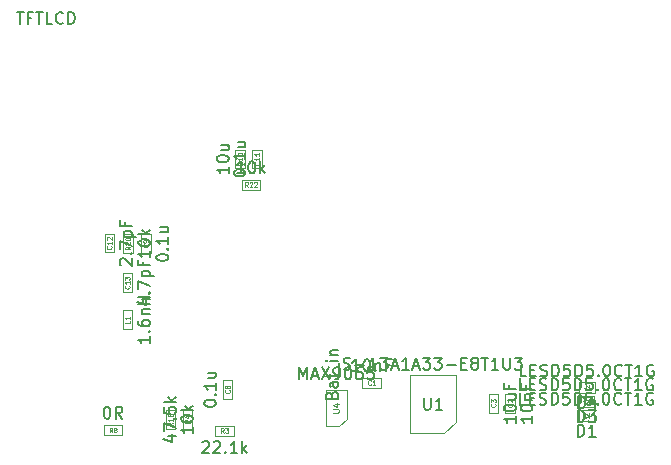
<source format=gbr>
G04 #@! TF.GenerationSoftware,KiCad,Pcbnew,(5.0.1)-3*
G04 #@! TF.CreationDate,2019-11-22T16:36:39-05:00*
G04 #@! TF.ProjectId,SmartWatch,536D61727457617463682E6B69636164,rev?*
G04 #@! TF.SameCoordinates,Original*
G04 #@! TF.FileFunction,Other,Fab,Top*
%FSLAX46Y46*%
G04 Gerber Fmt 4.6, Leading zero omitted, Abs format (unit mm)*
G04 Created by KiCad (PCBNEW (5.0.1)-3) date 11/22/2019 4:36:39 PM*
%MOMM*%
%LPD*%
G01*
G04 APERTURE LIST*
%ADD10C,0.100000*%
%ADD11C,0.150000*%
%ADD12C,0.060000*%
%ADD13C,0.075000*%
G04 APERTURE END LIST*
D10*
G04 #@! TO.C,C10*
X197516800Y-86956800D02*
X197516800Y-85356800D01*
X198316800Y-86956800D02*
X197516800Y-86956800D01*
X198316800Y-85356800D02*
X198316800Y-86956800D01*
X197516800Y-85356800D02*
X198316800Y-85356800D01*
G04 #@! TO.C,C2*
X221176800Y-107632400D02*
X220376800Y-107632400D01*
X220376800Y-107632400D02*
X220376800Y-106032400D01*
X220376800Y-106032400D02*
X221176800Y-106032400D01*
X221176800Y-106032400D02*
X221176800Y-107632400D01*
G04 #@! TO.C,C3*
X219754400Y-106032400D02*
X219754400Y-107632400D01*
X218954400Y-106032400D02*
X219754400Y-106032400D01*
X218954400Y-107632400D02*
X218954400Y-106032400D01*
X219754400Y-107632400D02*
X218954400Y-107632400D01*
G04 #@! TO.C,C1*
X209842000Y-104705200D02*
X209842000Y-105505200D01*
X209842000Y-105505200D02*
X208242000Y-105505200D01*
X208242000Y-105505200D02*
X208242000Y-104705200D01*
X208242000Y-104705200D02*
X209842000Y-104705200D01*
G04 #@! TO.C,U1*
X215198600Y-109384000D02*
X212273600Y-109384000D01*
X212273600Y-109384000D02*
X212273600Y-104484000D01*
X212273600Y-104484000D02*
X216173600Y-104484000D01*
X216173600Y-104484000D02*
X216173600Y-108409000D01*
X216173600Y-108409000D02*
X215198600Y-109384000D01*
G04 #@! TO.C,C9*
X190341200Y-94119600D02*
X189541200Y-94119600D01*
X189541200Y-94119600D02*
X189541200Y-92519600D01*
X189541200Y-92519600D02*
X190341200Y-92519600D01*
X190341200Y-92519600D02*
X190341200Y-94119600D01*
G04 #@! TO.C,C11*
X198939200Y-85356800D02*
X199739200Y-85356800D01*
X199739200Y-85356800D02*
X199739200Y-86956800D01*
X199739200Y-86956800D02*
X198939200Y-86956800D01*
X198939200Y-86956800D02*
X198939200Y-85356800D01*
G04 #@! TO.C,C12*
X187242400Y-92468800D02*
X187242400Y-94068800D01*
X186442400Y-92468800D02*
X187242400Y-92468800D01*
X186442400Y-94068800D02*
X186442400Y-92468800D01*
X187242400Y-94068800D02*
X186442400Y-94068800D01*
G04 #@! TO.C,C13*
X188766400Y-97421600D02*
X187966400Y-97421600D01*
X187966400Y-97421600D02*
X187966400Y-95821600D01*
X187966400Y-95821600D02*
X188766400Y-95821600D01*
X188766400Y-95821600D02*
X188766400Y-97421600D01*
G04 #@! TO.C,D1*
X227128400Y-107899200D02*
X226978400Y-107899200D01*
X227128400Y-108099200D02*
X227428400Y-107899200D01*
X227128400Y-107699200D02*
X227128400Y-108099200D01*
X227428400Y-107899200D02*
X227128400Y-107699200D01*
X227428400Y-107899200D02*
X227578400Y-107899200D01*
X227428400Y-107699200D02*
X227428400Y-108099200D01*
X226578400Y-108349200D02*
X226578400Y-107449200D01*
X227878400Y-108349200D02*
X226578400Y-108349200D01*
X227878400Y-107449200D02*
X227878400Y-108349200D01*
X226578400Y-107449200D02*
X227878400Y-107449200D01*
G04 #@! TO.C,D3*
X226578400Y-106230000D02*
X227878400Y-106230000D01*
X227878400Y-106230000D02*
X227878400Y-107130000D01*
X227878400Y-107130000D02*
X226578400Y-107130000D01*
X226578400Y-107130000D02*
X226578400Y-106230000D01*
X227428400Y-106480000D02*
X227428400Y-106880000D01*
X227428400Y-106680000D02*
X227578400Y-106680000D01*
X227428400Y-106680000D02*
X227128400Y-106480000D01*
X227128400Y-106480000D02*
X227128400Y-106880000D01*
X227128400Y-106880000D02*
X227428400Y-106680000D01*
X227128400Y-106680000D02*
X226978400Y-106680000D01*
G04 #@! TO.C,D4*
X227190400Y-105511600D02*
X227040400Y-105511600D01*
X227190400Y-105711600D02*
X227490400Y-105511600D01*
X227190400Y-105311600D02*
X227190400Y-105711600D01*
X227490400Y-105511600D02*
X227190400Y-105311600D01*
X227490400Y-105511600D02*
X227640400Y-105511600D01*
X227490400Y-105311600D02*
X227490400Y-105711600D01*
X226640400Y-105961600D02*
X226640400Y-105061600D01*
X227940400Y-105961600D02*
X226640400Y-105961600D01*
X227940400Y-105061600D02*
X227940400Y-105961600D01*
X226640400Y-105061600D02*
X227940400Y-105061600D01*
G04 #@! TO.C,L1*
X188766400Y-100571200D02*
X187966400Y-100571200D01*
X187966400Y-100571200D02*
X187966400Y-98971200D01*
X187966400Y-98971200D02*
X188766400Y-98971200D01*
X188766400Y-98971200D02*
X188766400Y-100571200D01*
G04 #@! TO.C,R20*
X188817200Y-92519600D02*
X188817200Y-94119600D01*
X188017200Y-92519600D02*
X188817200Y-92519600D01*
X188017200Y-94119600D02*
X188017200Y-92519600D01*
X188817200Y-94119600D02*
X188017200Y-94119600D01*
G04 #@! TO.C,R22*
X199631200Y-87941200D02*
X199631200Y-88741200D01*
X199631200Y-88741200D02*
X198031200Y-88741200D01*
X198031200Y-88741200D02*
X198031200Y-87941200D01*
X198031200Y-87941200D02*
X199631200Y-87941200D01*
G04 #@! TO.C,R18*
X192424000Y-109029500D02*
X191624000Y-109029500D01*
X191624000Y-109029500D02*
X191624000Y-107429500D01*
X191624000Y-107429500D02*
X192424000Y-107429500D01*
X192424000Y-107429500D02*
X192424000Y-109029500D01*
G04 #@! TO.C,C8*
X196450000Y-104864000D02*
X197250000Y-104864000D01*
X197250000Y-104864000D02*
X197250000Y-106464000D01*
X197250000Y-106464000D02*
X196450000Y-106464000D01*
X196450000Y-106464000D02*
X196450000Y-104864000D01*
G04 #@! TO.C,U4*
X206944800Y-108138800D02*
X206294800Y-108788800D01*
X205144800Y-108788800D02*
X206294800Y-108788800D01*
X206944800Y-108138800D02*
X206944800Y-105688800D01*
X205144800Y-105688800D02*
X206944800Y-105688800D01*
X205144800Y-108788800D02*
X205144800Y-105688800D01*
G04 #@! TO.C,R3*
X197396000Y-109569200D02*
X195796000Y-109569200D01*
X197396000Y-108769200D02*
X197396000Y-109569200D01*
X195796000Y-108769200D02*
X197396000Y-108769200D01*
X195796000Y-109569200D02*
X195796000Y-108769200D01*
G04 #@! TO.C,R8*
X186347200Y-108718400D02*
X187947200Y-108718400D01*
X186347200Y-109518400D02*
X186347200Y-108718400D01*
X187947200Y-109518400D02*
X186347200Y-109518400D01*
X187947200Y-108718400D02*
X187947200Y-109518400D01*
G04 #@! TO.C,R4*
X193046400Y-109004000D02*
X193046400Y-107404000D01*
X193846400Y-109004000D02*
X193046400Y-109004000D01*
X193846400Y-107404000D02*
X193846400Y-109004000D01*
X193046400Y-107404000D02*
X193846400Y-107404000D01*
G04 #@! TD*
G04 #@! TO.C,C10*
D11*
X196939180Y-86799657D02*
X196939180Y-87371085D01*
X196939180Y-87085371D02*
X195939180Y-87085371D01*
X196082038Y-87180609D01*
X196177276Y-87275847D01*
X196224895Y-87371085D01*
X195939180Y-86180609D02*
X195939180Y-86085371D01*
X195986800Y-85990133D01*
X196034419Y-85942514D01*
X196129657Y-85894895D01*
X196320133Y-85847276D01*
X196558228Y-85847276D01*
X196748704Y-85894895D01*
X196843942Y-85942514D01*
X196891561Y-85990133D01*
X196939180Y-86085371D01*
X196939180Y-86180609D01*
X196891561Y-86275847D01*
X196843942Y-86323466D01*
X196748704Y-86371085D01*
X196558228Y-86418704D01*
X196320133Y-86418704D01*
X196129657Y-86371085D01*
X196034419Y-86323466D01*
X195986800Y-86275847D01*
X195939180Y-86180609D01*
X196272514Y-84990133D02*
X196939180Y-84990133D01*
X196272514Y-85418704D02*
X196796323Y-85418704D01*
X196891561Y-85371085D01*
X196939180Y-85275847D01*
X196939180Y-85132990D01*
X196891561Y-85037752D01*
X196843942Y-84990133D01*
D12*
X198059657Y-86413942D02*
X198078704Y-86432990D01*
X198097752Y-86490133D01*
X198097752Y-86528228D01*
X198078704Y-86585371D01*
X198040609Y-86623466D01*
X198002514Y-86642514D01*
X197926323Y-86661561D01*
X197869180Y-86661561D01*
X197792990Y-86642514D01*
X197754895Y-86623466D01*
X197716800Y-86585371D01*
X197697752Y-86528228D01*
X197697752Y-86490133D01*
X197716800Y-86432990D01*
X197735847Y-86413942D01*
X198097752Y-86032990D02*
X198097752Y-86261561D01*
X198097752Y-86147276D02*
X197697752Y-86147276D01*
X197754895Y-86185371D01*
X197792990Y-86223466D01*
X197812038Y-86261561D01*
X197697752Y-85785371D02*
X197697752Y-85747276D01*
X197716800Y-85709180D01*
X197735847Y-85690133D01*
X197773942Y-85671085D01*
X197850133Y-85652038D01*
X197945371Y-85652038D01*
X198021561Y-85671085D01*
X198059657Y-85690133D01*
X198078704Y-85709180D01*
X198097752Y-85747276D01*
X198097752Y-85785371D01*
X198078704Y-85823466D01*
X198059657Y-85842514D01*
X198021561Y-85861561D01*
X197945371Y-85880609D01*
X197850133Y-85880609D01*
X197773942Y-85861561D01*
X197735847Y-85842514D01*
X197716800Y-85823466D01*
X197697752Y-85785371D01*
G04 #@! TO.C,C2*
D11*
X222659180Y-107903828D02*
X222659180Y-108475257D01*
X222659180Y-108189542D02*
X221659180Y-108189542D01*
X221802038Y-108284780D01*
X221897276Y-108380019D01*
X221944895Y-108475257D01*
X221659180Y-107284780D02*
X221659180Y-107189542D01*
X221706800Y-107094304D01*
X221754419Y-107046685D01*
X221849657Y-106999066D01*
X222040133Y-106951447D01*
X222278228Y-106951447D01*
X222468704Y-106999066D01*
X222563942Y-107046685D01*
X222611561Y-107094304D01*
X222659180Y-107189542D01*
X222659180Y-107284780D01*
X222611561Y-107380019D01*
X222563942Y-107427638D01*
X222468704Y-107475257D01*
X222278228Y-107522876D01*
X222040133Y-107522876D01*
X221849657Y-107475257D01*
X221754419Y-107427638D01*
X221706800Y-107380019D01*
X221659180Y-107284780D01*
X221992514Y-106522876D02*
X222659180Y-106522876D01*
X222087752Y-106522876D02*
X222040133Y-106475257D01*
X221992514Y-106380019D01*
X221992514Y-106237161D01*
X222040133Y-106141923D01*
X222135371Y-106094304D01*
X222659180Y-106094304D01*
X222135371Y-105284780D02*
X222135371Y-105618114D01*
X222659180Y-105618114D02*
X221659180Y-105618114D01*
X221659180Y-105141923D01*
D12*
X220919657Y-106899066D02*
X220938704Y-106918114D01*
X220957752Y-106975257D01*
X220957752Y-107013352D01*
X220938704Y-107070495D01*
X220900609Y-107108590D01*
X220862514Y-107127638D01*
X220786323Y-107146685D01*
X220729180Y-107146685D01*
X220652990Y-107127638D01*
X220614895Y-107108590D01*
X220576800Y-107070495D01*
X220557752Y-107013352D01*
X220557752Y-106975257D01*
X220576800Y-106918114D01*
X220595847Y-106899066D01*
X220595847Y-106746685D02*
X220576800Y-106727638D01*
X220557752Y-106689542D01*
X220557752Y-106594304D01*
X220576800Y-106556209D01*
X220595847Y-106537161D01*
X220633942Y-106518114D01*
X220672038Y-106518114D01*
X220729180Y-106537161D01*
X220957752Y-106765733D01*
X220957752Y-106518114D01*
G04 #@! TO.C,C3*
D11*
X221236780Y-107903828D02*
X221236780Y-108475257D01*
X221236780Y-108189542D02*
X220236780Y-108189542D01*
X220379638Y-108284780D01*
X220474876Y-108380019D01*
X220522495Y-108475257D01*
X220236780Y-107284780D02*
X220236780Y-107189542D01*
X220284400Y-107094304D01*
X220332019Y-107046685D01*
X220427257Y-106999066D01*
X220617733Y-106951447D01*
X220855828Y-106951447D01*
X221046304Y-106999066D01*
X221141542Y-107046685D01*
X221189161Y-107094304D01*
X221236780Y-107189542D01*
X221236780Y-107284780D01*
X221189161Y-107380019D01*
X221141542Y-107427638D01*
X221046304Y-107475257D01*
X220855828Y-107522876D01*
X220617733Y-107522876D01*
X220427257Y-107475257D01*
X220332019Y-107427638D01*
X220284400Y-107380019D01*
X220236780Y-107284780D01*
X220570114Y-106094304D02*
X221236780Y-106094304D01*
X220570114Y-106522876D02*
X221093923Y-106522876D01*
X221189161Y-106475257D01*
X221236780Y-106380019D01*
X221236780Y-106237161D01*
X221189161Y-106141923D01*
X221141542Y-106094304D01*
X220712971Y-105284780D02*
X220712971Y-105618114D01*
X221236780Y-105618114D02*
X220236780Y-105618114D01*
X220236780Y-105141923D01*
D12*
X219497257Y-106899066D02*
X219516304Y-106918114D01*
X219535352Y-106975257D01*
X219535352Y-107013352D01*
X219516304Y-107070495D01*
X219478209Y-107108590D01*
X219440114Y-107127638D01*
X219363923Y-107146685D01*
X219306780Y-107146685D01*
X219230590Y-107127638D01*
X219192495Y-107108590D01*
X219154400Y-107070495D01*
X219135352Y-107013352D01*
X219135352Y-106975257D01*
X219154400Y-106918114D01*
X219173447Y-106899066D01*
X219135352Y-106765733D02*
X219135352Y-106518114D01*
X219287733Y-106651447D01*
X219287733Y-106594304D01*
X219306780Y-106556209D01*
X219325828Y-106537161D01*
X219363923Y-106518114D01*
X219459161Y-106518114D01*
X219497257Y-106537161D01*
X219516304Y-106556209D01*
X219535352Y-106594304D01*
X219535352Y-106708590D01*
X219516304Y-106746685D01*
X219497257Y-106765733D01*
G04 #@! TO.C,C1*
D11*
X207970571Y-104127580D02*
X207399142Y-104127580D01*
X207684857Y-104127580D02*
X207684857Y-103127580D01*
X207589619Y-103270438D01*
X207494380Y-103365676D01*
X207399142Y-103413295D01*
X208589619Y-103127580D02*
X208684857Y-103127580D01*
X208780095Y-103175200D01*
X208827714Y-103222819D01*
X208875333Y-103318057D01*
X208922952Y-103508533D01*
X208922952Y-103746628D01*
X208875333Y-103937104D01*
X208827714Y-104032342D01*
X208780095Y-104079961D01*
X208684857Y-104127580D01*
X208589619Y-104127580D01*
X208494380Y-104079961D01*
X208446761Y-104032342D01*
X208399142Y-103937104D01*
X208351523Y-103746628D01*
X208351523Y-103508533D01*
X208399142Y-103318057D01*
X208446761Y-103222819D01*
X208494380Y-103175200D01*
X208589619Y-103127580D01*
X209351523Y-103460914D02*
X209351523Y-104127580D01*
X209351523Y-103556152D02*
X209399142Y-103508533D01*
X209494380Y-103460914D01*
X209637238Y-103460914D01*
X209732476Y-103508533D01*
X209780095Y-103603771D01*
X209780095Y-104127580D01*
X210589619Y-103603771D02*
X210256285Y-103603771D01*
X210256285Y-104127580D02*
X210256285Y-103127580D01*
X210732476Y-103127580D01*
D12*
X208975333Y-105248057D02*
X208956285Y-105267104D01*
X208899142Y-105286152D01*
X208861047Y-105286152D01*
X208803904Y-105267104D01*
X208765809Y-105229009D01*
X208746761Y-105190914D01*
X208727714Y-105114723D01*
X208727714Y-105057580D01*
X208746761Y-104981390D01*
X208765809Y-104943295D01*
X208803904Y-104905200D01*
X208861047Y-104886152D01*
X208899142Y-104886152D01*
X208956285Y-104905200D01*
X208975333Y-104924247D01*
X209356285Y-105286152D02*
X209127714Y-105286152D01*
X209242000Y-105286152D02*
X209242000Y-104886152D01*
X209203904Y-104943295D01*
X209165809Y-104981390D01*
X209127714Y-105000438D01*
G04 #@! TO.C,U1*
D11*
X206675980Y-103938761D02*
X206818838Y-103986380D01*
X207056933Y-103986380D01*
X207152171Y-103938761D01*
X207199790Y-103891142D01*
X207247409Y-103795904D01*
X207247409Y-103700666D01*
X207199790Y-103605428D01*
X207152171Y-103557809D01*
X207056933Y-103510190D01*
X206866457Y-103462571D01*
X206771219Y-103414952D01*
X206723600Y-103367333D01*
X206675980Y-103272095D01*
X206675980Y-103176857D01*
X206723600Y-103081619D01*
X206771219Y-103034000D01*
X206866457Y-102986380D01*
X207104552Y-102986380D01*
X207247409Y-103034000D01*
X207675980Y-103605428D02*
X208437885Y-103605428D01*
X209437885Y-103986380D02*
X208866457Y-103986380D01*
X209152171Y-103986380D02*
X209152171Y-102986380D01*
X209056933Y-103129238D01*
X208961695Y-103224476D01*
X208866457Y-103272095D01*
X209771219Y-102986380D02*
X210390266Y-102986380D01*
X210056933Y-103367333D01*
X210199790Y-103367333D01*
X210295028Y-103414952D01*
X210342647Y-103462571D01*
X210390266Y-103557809D01*
X210390266Y-103795904D01*
X210342647Y-103891142D01*
X210295028Y-103938761D01*
X210199790Y-103986380D01*
X209914076Y-103986380D01*
X209818838Y-103938761D01*
X209771219Y-103891142D01*
X210771219Y-103700666D02*
X211247409Y-103700666D01*
X210675980Y-103986380D02*
X211009314Y-102986380D01*
X211342647Y-103986380D01*
X212199790Y-103986380D02*
X211628361Y-103986380D01*
X211914076Y-103986380D02*
X211914076Y-102986380D01*
X211818838Y-103129238D01*
X211723600Y-103224476D01*
X211628361Y-103272095D01*
X212580742Y-103700666D02*
X213056933Y-103700666D01*
X212485504Y-103986380D02*
X212818838Y-102986380D01*
X213152171Y-103986380D01*
X213390266Y-102986380D02*
X214009314Y-102986380D01*
X213675980Y-103367333D01*
X213818838Y-103367333D01*
X213914076Y-103414952D01*
X213961695Y-103462571D01*
X214009314Y-103557809D01*
X214009314Y-103795904D01*
X213961695Y-103891142D01*
X213914076Y-103938761D01*
X213818838Y-103986380D01*
X213533123Y-103986380D01*
X213437885Y-103938761D01*
X213390266Y-103891142D01*
X214342647Y-102986380D02*
X214961695Y-102986380D01*
X214628361Y-103367333D01*
X214771219Y-103367333D01*
X214866457Y-103414952D01*
X214914076Y-103462571D01*
X214961695Y-103557809D01*
X214961695Y-103795904D01*
X214914076Y-103891142D01*
X214866457Y-103938761D01*
X214771219Y-103986380D01*
X214485504Y-103986380D01*
X214390266Y-103938761D01*
X214342647Y-103891142D01*
X215390266Y-103605428D02*
X216152171Y-103605428D01*
X216628361Y-103462571D02*
X216961695Y-103462571D01*
X217104552Y-103986380D02*
X216628361Y-103986380D01*
X216628361Y-102986380D01*
X217104552Y-102986380D01*
X217675980Y-103414952D02*
X217580742Y-103367333D01*
X217533123Y-103319714D01*
X217485504Y-103224476D01*
X217485504Y-103176857D01*
X217533123Y-103081619D01*
X217580742Y-103034000D01*
X217675980Y-102986380D01*
X217866457Y-102986380D01*
X217961695Y-103034000D01*
X218009314Y-103081619D01*
X218056933Y-103176857D01*
X218056933Y-103224476D01*
X218009314Y-103319714D01*
X217961695Y-103367333D01*
X217866457Y-103414952D01*
X217675980Y-103414952D01*
X217580742Y-103462571D01*
X217533123Y-103510190D01*
X217485504Y-103605428D01*
X217485504Y-103795904D01*
X217533123Y-103891142D01*
X217580742Y-103938761D01*
X217675980Y-103986380D01*
X217866457Y-103986380D01*
X217961695Y-103938761D01*
X218009314Y-103891142D01*
X218056933Y-103795904D01*
X218056933Y-103605428D01*
X218009314Y-103510190D01*
X217961695Y-103462571D01*
X217866457Y-103414952D01*
X218342647Y-102986380D02*
X218914076Y-102986380D01*
X218628361Y-103986380D02*
X218628361Y-102986380D01*
X219771219Y-103986380D02*
X219199790Y-103986380D01*
X219485504Y-103986380D02*
X219485504Y-102986380D01*
X219390266Y-103129238D01*
X219295028Y-103224476D01*
X219199790Y-103272095D01*
X220199790Y-102986380D02*
X220199790Y-103795904D01*
X220247409Y-103891142D01*
X220295028Y-103938761D01*
X220390266Y-103986380D01*
X220580742Y-103986380D01*
X220675980Y-103938761D01*
X220723600Y-103891142D01*
X220771219Y-103795904D01*
X220771219Y-102986380D01*
X221152171Y-102986380D02*
X221771219Y-102986380D01*
X221437885Y-103367333D01*
X221580742Y-103367333D01*
X221675980Y-103414952D01*
X221723600Y-103462571D01*
X221771219Y-103557809D01*
X221771219Y-103795904D01*
X221723600Y-103891142D01*
X221675980Y-103938761D01*
X221580742Y-103986380D01*
X221295028Y-103986380D01*
X221199790Y-103938761D01*
X221152171Y-103891142D01*
X213476933Y-106397333D02*
X213476933Y-107190666D01*
X213523600Y-107284000D01*
X213570266Y-107330666D01*
X213663600Y-107377333D01*
X213850266Y-107377333D01*
X213943600Y-107330666D01*
X213990266Y-107284000D01*
X214036933Y-107190666D01*
X214036933Y-106397333D01*
X215016933Y-107377333D02*
X214456933Y-107377333D01*
X214736933Y-107377333D02*
X214736933Y-106397333D01*
X214643600Y-106537333D01*
X214550266Y-106630666D01*
X214456933Y-106677333D01*
G04 #@! TO.C,U8*
X179008400Y-73729980D02*
X179579828Y-73729980D01*
X179294114Y-74729980D02*
X179294114Y-73729980D01*
X180246495Y-74206171D02*
X179913161Y-74206171D01*
X179913161Y-74729980D02*
X179913161Y-73729980D01*
X180389352Y-73729980D01*
X180627447Y-73729980D02*
X181198876Y-73729980D01*
X180913161Y-74729980D02*
X180913161Y-73729980D01*
X182008400Y-74729980D02*
X181532209Y-74729980D01*
X181532209Y-73729980D01*
X182913161Y-74634742D02*
X182865542Y-74682361D01*
X182722685Y-74729980D01*
X182627447Y-74729980D01*
X182484590Y-74682361D01*
X182389352Y-74587123D01*
X182341733Y-74491885D01*
X182294114Y-74301409D01*
X182294114Y-74158552D01*
X182341733Y-73968076D01*
X182389352Y-73872838D01*
X182484590Y-73777600D01*
X182627447Y-73729980D01*
X182722685Y-73729980D01*
X182865542Y-73777600D01*
X182913161Y-73825219D01*
X183341733Y-74729980D02*
X183341733Y-73729980D01*
X183579828Y-73729980D01*
X183722685Y-73777600D01*
X183817923Y-73872838D01*
X183865542Y-73968076D01*
X183913161Y-74158552D01*
X183913161Y-74301409D01*
X183865542Y-74491885D01*
X183817923Y-74587123D01*
X183722685Y-74682361D01*
X183579828Y-74729980D01*
X183341733Y-74729980D01*
G04 #@! TO.C,J2*
X205668571Y-106132095D02*
X205716190Y-105989238D01*
X205763809Y-105941619D01*
X205859047Y-105894000D01*
X206001904Y-105894000D01*
X206097142Y-105941619D01*
X206144761Y-105989238D01*
X206192380Y-106084476D01*
X206192380Y-106465428D01*
X205192380Y-106465428D01*
X205192380Y-106132095D01*
X205240000Y-106036857D01*
X205287619Y-105989238D01*
X205382857Y-105941619D01*
X205478095Y-105941619D01*
X205573333Y-105989238D01*
X205620952Y-106036857D01*
X205668571Y-106132095D01*
X205668571Y-106465428D01*
X206192380Y-105036857D02*
X205668571Y-105036857D01*
X205573333Y-105084476D01*
X205525714Y-105179714D01*
X205525714Y-105370190D01*
X205573333Y-105465428D01*
X206144761Y-105036857D02*
X206192380Y-105132095D01*
X206192380Y-105370190D01*
X206144761Y-105465428D01*
X206049523Y-105513047D01*
X205954285Y-105513047D01*
X205859047Y-105465428D01*
X205811428Y-105370190D01*
X205811428Y-105132095D01*
X205763809Y-105036857D01*
X205525714Y-104703523D02*
X205525714Y-104322571D01*
X205192380Y-104560666D02*
X206049523Y-104560666D01*
X206144761Y-104513047D01*
X206192380Y-104417809D01*
X206192380Y-104322571D01*
X206287619Y-104227333D02*
X206287619Y-103465428D01*
X206192380Y-103227333D02*
X205525714Y-103227333D01*
X205192380Y-103227333D02*
X205240000Y-103274952D01*
X205287619Y-103227333D01*
X205240000Y-103179714D01*
X205192380Y-103227333D01*
X205287619Y-103227333D01*
X205525714Y-102751142D02*
X206192380Y-102751142D01*
X205620952Y-102751142D02*
X205573333Y-102703523D01*
X205525714Y-102608285D01*
X205525714Y-102465428D01*
X205573333Y-102370190D01*
X205668571Y-102322571D01*
X206192380Y-102322571D01*
G04 #@! TO.C,C9*
X190823580Y-94533885D02*
X190823580Y-94438647D01*
X190871200Y-94343409D01*
X190918819Y-94295790D01*
X191014057Y-94248171D01*
X191204533Y-94200552D01*
X191442628Y-94200552D01*
X191633104Y-94248171D01*
X191728342Y-94295790D01*
X191775961Y-94343409D01*
X191823580Y-94438647D01*
X191823580Y-94533885D01*
X191775961Y-94629123D01*
X191728342Y-94676742D01*
X191633104Y-94724361D01*
X191442628Y-94771980D01*
X191204533Y-94771980D01*
X191014057Y-94724361D01*
X190918819Y-94676742D01*
X190871200Y-94629123D01*
X190823580Y-94533885D01*
X191728342Y-93771980D02*
X191775961Y-93724361D01*
X191823580Y-93771980D01*
X191775961Y-93819600D01*
X191728342Y-93771980D01*
X191823580Y-93771980D01*
X191823580Y-92771980D02*
X191823580Y-93343409D01*
X191823580Y-93057695D02*
X190823580Y-93057695D01*
X190966438Y-93152933D01*
X191061676Y-93248171D01*
X191109295Y-93343409D01*
X191156914Y-91914838D02*
X191823580Y-91914838D01*
X191156914Y-92343409D02*
X191680723Y-92343409D01*
X191775961Y-92295790D01*
X191823580Y-92200552D01*
X191823580Y-92057695D01*
X191775961Y-91962457D01*
X191728342Y-91914838D01*
D12*
X190084057Y-93386266D02*
X190103104Y-93405314D01*
X190122152Y-93462457D01*
X190122152Y-93500552D01*
X190103104Y-93557695D01*
X190065009Y-93595790D01*
X190026914Y-93614838D01*
X189950723Y-93633885D01*
X189893580Y-93633885D01*
X189817390Y-93614838D01*
X189779295Y-93595790D01*
X189741200Y-93557695D01*
X189722152Y-93500552D01*
X189722152Y-93462457D01*
X189741200Y-93405314D01*
X189760247Y-93386266D01*
X190122152Y-93195790D02*
X190122152Y-93119600D01*
X190103104Y-93081504D01*
X190084057Y-93062457D01*
X190026914Y-93024361D01*
X189950723Y-93005314D01*
X189798342Y-93005314D01*
X189760247Y-93024361D01*
X189741200Y-93043409D01*
X189722152Y-93081504D01*
X189722152Y-93157695D01*
X189741200Y-93195790D01*
X189760247Y-93214838D01*
X189798342Y-93233885D01*
X189893580Y-93233885D01*
X189931676Y-93214838D01*
X189950723Y-93195790D01*
X189969771Y-93157695D01*
X189969771Y-93081504D01*
X189950723Y-93043409D01*
X189931676Y-93024361D01*
X189893580Y-93005314D01*
G04 #@! TO.C,C11*
D11*
X197361580Y-87371085D02*
X197361580Y-87275847D01*
X197409200Y-87180609D01*
X197456819Y-87132990D01*
X197552057Y-87085371D01*
X197742533Y-87037752D01*
X197980628Y-87037752D01*
X198171104Y-87085371D01*
X198266342Y-87132990D01*
X198313961Y-87180609D01*
X198361580Y-87275847D01*
X198361580Y-87371085D01*
X198313961Y-87466323D01*
X198266342Y-87513942D01*
X198171104Y-87561561D01*
X197980628Y-87609180D01*
X197742533Y-87609180D01*
X197552057Y-87561561D01*
X197456819Y-87513942D01*
X197409200Y-87466323D01*
X197361580Y-87371085D01*
X198266342Y-86609180D02*
X198313961Y-86561561D01*
X198361580Y-86609180D01*
X198313961Y-86656800D01*
X198266342Y-86609180D01*
X198361580Y-86609180D01*
X198361580Y-85609180D02*
X198361580Y-86180609D01*
X198361580Y-85894895D02*
X197361580Y-85894895D01*
X197504438Y-85990133D01*
X197599676Y-86085371D01*
X197647295Y-86180609D01*
X197694914Y-84752038D02*
X198361580Y-84752038D01*
X197694914Y-85180609D02*
X198218723Y-85180609D01*
X198313961Y-85132990D01*
X198361580Y-85037752D01*
X198361580Y-84894895D01*
X198313961Y-84799657D01*
X198266342Y-84752038D01*
D12*
X199482057Y-86413942D02*
X199501104Y-86432990D01*
X199520152Y-86490133D01*
X199520152Y-86528228D01*
X199501104Y-86585371D01*
X199463009Y-86623466D01*
X199424914Y-86642514D01*
X199348723Y-86661561D01*
X199291580Y-86661561D01*
X199215390Y-86642514D01*
X199177295Y-86623466D01*
X199139200Y-86585371D01*
X199120152Y-86528228D01*
X199120152Y-86490133D01*
X199139200Y-86432990D01*
X199158247Y-86413942D01*
X199520152Y-86032990D02*
X199520152Y-86261561D01*
X199520152Y-86147276D02*
X199120152Y-86147276D01*
X199177295Y-86185371D01*
X199215390Y-86223466D01*
X199234438Y-86261561D01*
X199520152Y-85652038D02*
X199520152Y-85880609D01*
X199520152Y-85766323D02*
X199120152Y-85766323D01*
X199177295Y-85804419D01*
X199215390Y-85842514D01*
X199234438Y-85880609D01*
G04 #@! TO.C,C12*
D11*
X187820019Y-95149752D02*
X187772400Y-95102133D01*
X187724780Y-95006895D01*
X187724780Y-94768800D01*
X187772400Y-94673561D01*
X187820019Y-94625942D01*
X187915257Y-94578323D01*
X188010495Y-94578323D01*
X188153352Y-94625942D01*
X188724780Y-95197371D01*
X188724780Y-94578323D01*
X188629542Y-94149752D02*
X188677161Y-94102133D01*
X188724780Y-94149752D01*
X188677161Y-94197371D01*
X188629542Y-94149752D01*
X188724780Y-94149752D01*
X187724780Y-93768800D02*
X187724780Y-93102133D01*
X188724780Y-93530704D01*
X188058114Y-92721180D02*
X189058114Y-92721180D01*
X188105733Y-92721180D02*
X188058114Y-92625942D01*
X188058114Y-92435466D01*
X188105733Y-92340228D01*
X188153352Y-92292609D01*
X188248590Y-92244990D01*
X188534304Y-92244990D01*
X188629542Y-92292609D01*
X188677161Y-92340228D01*
X188724780Y-92435466D01*
X188724780Y-92625942D01*
X188677161Y-92721180D01*
X188200971Y-91483085D02*
X188200971Y-91816419D01*
X188724780Y-91816419D02*
X187724780Y-91816419D01*
X187724780Y-91340228D01*
D12*
X186985257Y-93525942D02*
X187004304Y-93544990D01*
X187023352Y-93602133D01*
X187023352Y-93640228D01*
X187004304Y-93697371D01*
X186966209Y-93735466D01*
X186928114Y-93754514D01*
X186851923Y-93773561D01*
X186794780Y-93773561D01*
X186718590Y-93754514D01*
X186680495Y-93735466D01*
X186642400Y-93697371D01*
X186623352Y-93640228D01*
X186623352Y-93602133D01*
X186642400Y-93544990D01*
X186661447Y-93525942D01*
X187023352Y-93144990D02*
X187023352Y-93373561D01*
X187023352Y-93259276D02*
X186623352Y-93259276D01*
X186680495Y-93297371D01*
X186718590Y-93335466D01*
X186737638Y-93373561D01*
X186661447Y-92992609D02*
X186642400Y-92973561D01*
X186623352Y-92935466D01*
X186623352Y-92840228D01*
X186642400Y-92802133D01*
X186661447Y-92783085D01*
X186699542Y-92764038D01*
X186737638Y-92764038D01*
X186794780Y-92783085D01*
X187023352Y-93011657D01*
X187023352Y-92764038D01*
G04 #@! TO.C,C13*
D11*
X189582114Y-98026361D02*
X190248780Y-98026361D01*
X189201161Y-98264457D02*
X189915447Y-98502552D01*
X189915447Y-97883504D01*
X190153542Y-97502552D02*
X190201161Y-97454933D01*
X190248780Y-97502552D01*
X190201161Y-97550171D01*
X190153542Y-97502552D01*
X190248780Y-97502552D01*
X189248780Y-97121600D02*
X189248780Y-96454933D01*
X190248780Y-96883504D01*
X189582114Y-96073980D02*
X190582114Y-96073980D01*
X189629733Y-96073980D02*
X189582114Y-95978742D01*
X189582114Y-95788266D01*
X189629733Y-95693028D01*
X189677352Y-95645409D01*
X189772590Y-95597790D01*
X190058304Y-95597790D01*
X190153542Y-95645409D01*
X190201161Y-95693028D01*
X190248780Y-95788266D01*
X190248780Y-95978742D01*
X190201161Y-96073980D01*
X189724971Y-94835885D02*
X189724971Y-95169219D01*
X190248780Y-95169219D02*
X189248780Y-95169219D01*
X189248780Y-94693028D01*
D12*
X188509257Y-96878742D02*
X188528304Y-96897790D01*
X188547352Y-96954933D01*
X188547352Y-96993028D01*
X188528304Y-97050171D01*
X188490209Y-97088266D01*
X188452114Y-97107314D01*
X188375923Y-97126361D01*
X188318780Y-97126361D01*
X188242590Y-97107314D01*
X188204495Y-97088266D01*
X188166400Y-97050171D01*
X188147352Y-96993028D01*
X188147352Y-96954933D01*
X188166400Y-96897790D01*
X188185447Y-96878742D01*
X188547352Y-96497790D02*
X188547352Y-96726361D01*
X188547352Y-96612076D02*
X188147352Y-96612076D01*
X188204495Y-96650171D01*
X188242590Y-96688266D01*
X188261638Y-96726361D01*
X188147352Y-96364457D02*
X188147352Y-96116838D01*
X188299733Y-96250171D01*
X188299733Y-96193028D01*
X188318780Y-96154933D01*
X188337828Y-96135885D01*
X188375923Y-96116838D01*
X188471161Y-96116838D01*
X188509257Y-96135885D01*
X188528304Y-96154933D01*
X188547352Y-96193028D01*
X188547352Y-96307314D01*
X188528304Y-96345409D01*
X188509257Y-96364457D01*
G04 #@! TO.C,D1*
D11*
X222085542Y-106951580D02*
X221609352Y-106951580D01*
X221609352Y-105951580D01*
X222418876Y-106427771D02*
X222752209Y-106427771D01*
X222895066Y-106951580D02*
X222418876Y-106951580D01*
X222418876Y-105951580D01*
X222895066Y-105951580D01*
X223276019Y-106903961D02*
X223418876Y-106951580D01*
X223656971Y-106951580D01*
X223752209Y-106903961D01*
X223799828Y-106856342D01*
X223847447Y-106761104D01*
X223847447Y-106665866D01*
X223799828Y-106570628D01*
X223752209Y-106523009D01*
X223656971Y-106475390D01*
X223466495Y-106427771D01*
X223371257Y-106380152D01*
X223323638Y-106332533D01*
X223276019Y-106237295D01*
X223276019Y-106142057D01*
X223323638Y-106046819D01*
X223371257Y-105999200D01*
X223466495Y-105951580D01*
X223704590Y-105951580D01*
X223847447Y-105999200D01*
X224276019Y-106951580D02*
X224276019Y-105951580D01*
X224514114Y-105951580D01*
X224656971Y-105999200D01*
X224752209Y-106094438D01*
X224799828Y-106189676D01*
X224847447Y-106380152D01*
X224847447Y-106523009D01*
X224799828Y-106713485D01*
X224752209Y-106808723D01*
X224656971Y-106903961D01*
X224514114Y-106951580D01*
X224276019Y-106951580D01*
X225752209Y-105951580D02*
X225276019Y-105951580D01*
X225228400Y-106427771D01*
X225276019Y-106380152D01*
X225371257Y-106332533D01*
X225609352Y-106332533D01*
X225704590Y-106380152D01*
X225752209Y-106427771D01*
X225799828Y-106523009D01*
X225799828Y-106761104D01*
X225752209Y-106856342D01*
X225704590Y-106903961D01*
X225609352Y-106951580D01*
X225371257Y-106951580D01*
X225276019Y-106903961D01*
X225228400Y-106856342D01*
X226228400Y-106951580D02*
X226228400Y-105951580D01*
X226466495Y-105951580D01*
X226609352Y-105999200D01*
X226704590Y-106094438D01*
X226752209Y-106189676D01*
X226799828Y-106380152D01*
X226799828Y-106523009D01*
X226752209Y-106713485D01*
X226704590Y-106808723D01*
X226609352Y-106903961D01*
X226466495Y-106951580D01*
X226228400Y-106951580D01*
X227704590Y-105951580D02*
X227228400Y-105951580D01*
X227180780Y-106427771D01*
X227228400Y-106380152D01*
X227323638Y-106332533D01*
X227561733Y-106332533D01*
X227656971Y-106380152D01*
X227704590Y-106427771D01*
X227752209Y-106523009D01*
X227752209Y-106761104D01*
X227704590Y-106856342D01*
X227656971Y-106903961D01*
X227561733Y-106951580D01*
X227323638Y-106951580D01*
X227228400Y-106903961D01*
X227180780Y-106856342D01*
X228180780Y-106856342D02*
X228228400Y-106903961D01*
X228180780Y-106951580D01*
X228133161Y-106903961D01*
X228180780Y-106856342D01*
X228180780Y-106951580D01*
X228847447Y-105951580D02*
X228942685Y-105951580D01*
X229037923Y-105999200D01*
X229085542Y-106046819D01*
X229133161Y-106142057D01*
X229180780Y-106332533D01*
X229180780Y-106570628D01*
X229133161Y-106761104D01*
X229085542Y-106856342D01*
X229037923Y-106903961D01*
X228942685Y-106951580D01*
X228847447Y-106951580D01*
X228752209Y-106903961D01*
X228704590Y-106856342D01*
X228656971Y-106761104D01*
X228609352Y-106570628D01*
X228609352Y-106332533D01*
X228656971Y-106142057D01*
X228704590Y-106046819D01*
X228752209Y-105999200D01*
X228847447Y-105951580D01*
X230180780Y-106856342D02*
X230133161Y-106903961D01*
X229990304Y-106951580D01*
X229895066Y-106951580D01*
X229752209Y-106903961D01*
X229656971Y-106808723D01*
X229609352Y-106713485D01*
X229561733Y-106523009D01*
X229561733Y-106380152D01*
X229609352Y-106189676D01*
X229656971Y-106094438D01*
X229752209Y-105999200D01*
X229895066Y-105951580D01*
X229990304Y-105951580D01*
X230133161Y-105999200D01*
X230180780Y-106046819D01*
X230466495Y-105951580D02*
X231037923Y-105951580D01*
X230752209Y-106951580D02*
X230752209Y-105951580D01*
X231895066Y-106951580D02*
X231323638Y-106951580D01*
X231609352Y-106951580D02*
X231609352Y-105951580D01*
X231514114Y-106094438D01*
X231418876Y-106189676D01*
X231323638Y-106237295D01*
X232847447Y-105999200D02*
X232752209Y-105951580D01*
X232609352Y-105951580D01*
X232466495Y-105999200D01*
X232371257Y-106094438D01*
X232323638Y-106189676D01*
X232276019Y-106380152D01*
X232276019Y-106523009D01*
X232323638Y-106713485D01*
X232371257Y-106808723D01*
X232466495Y-106903961D01*
X232609352Y-106951580D01*
X232704590Y-106951580D01*
X232847447Y-106903961D01*
X232895066Y-106856342D01*
X232895066Y-106523009D01*
X232704590Y-106523009D01*
X226490304Y-109651580D02*
X226490304Y-108651580D01*
X226728400Y-108651580D01*
X226871257Y-108699200D01*
X226966495Y-108794438D01*
X227014114Y-108889676D01*
X227061733Y-109080152D01*
X227061733Y-109223009D01*
X227014114Y-109413485D01*
X226966495Y-109508723D01*
X226871257Y-109603961D01*
X226728400Y-109651580D01*
X226490304Y-109651580D01*
X228014114Y-109651580D02*
X227442685Y-109651580D01*
X227728400Y-109651580D02*
X227728400Y-108651580D01*
X227633161Y-108794438D01*
X227537923Y-108889676D01*
X227442685Y-108937295D01*
G04 #@! TO.C,D3*
X222085542Y-105732380D02*
X221609352Y-105732380D01*
X221609352Y-104732380D01*
X222418876Y-105208571D02*
X222752209Y-105208571D01*
X222895066Y-105732380D02*
X222418876Y-105732380D01*
X222418876Y-104732380D01*
X222895066Y-104732380D01*
X223276019Y-105684761D02*
X223418876Y-105732380D01*
X223656971Y-105732380D01*
X223752209Y-105684761D01*
X223799828Y-105637142D01*
X223847447Y-105541904D01*
X223847447Y-105446666D01*
X223799828Y-105351428D01*
X223752209Y-105303809D01*
X223656971Y-105256190D01*
X223466495Y-105208571D01*
X223371257Y-105160952D01*
X223323638Y-105113333D01*
X223276019Y-105018095D01*
X223276019Y-104922857D01*
X223323638Y-104827619D01*
X223371257Y-104780000D01*
X223466495Y-104732380D01*
X223704590Y-104732380D01*
X223847447Y-104780000D01*
X224276019Y-105732380D02*
X224276019Y-104732380D01*
X224514114Y-104732380D01*
X224656971Y-104780000D01*
X224752209Y-104875238D01*
X224799828Y-104970476D01*
X224847447Y-105160952D01*
X224847447Y-105303809D01*
X224799828Y-105494285D01*
X224752209Y-105589523D01*
X224656971Y-105684761D01*
X224514114Y-105732380D01*
X224276019Y-105732380D01*
X225752209Y-104732380D02*
X225276019Y-104732380D01*
X225228400Y-105208571D01*
X225276019Y-105160952D01*
X225371257Y-105113333D01*
X225609352Y-105113333D01*
X225704590Y-105160952D01*
X225752209Y-105208571D01*
X225799828Y-105303809D01*
X225799828Y-105541904D01*
X225752209Y-105637142D01*
X225704590Y-105684761D01*
X225609352Y-105732380D01*
X225371257Y-105732380D01*
X225276019Y-105684761D01*
X225228400Y-105637142D01*
X226228400Y-105732380D02*
X226228400Y-104732380D01*
X226466495Y-104732380D01*
X226609352Y-104780000D01*
X226704590Y-104875238D01*
X226752209Y-104970476D01*
X226799828Y-105160952D01*
X226799828Y-105303809D01*
X226752209Y-105494285D01*
X226704590Y-105589523D01*
X226609352Y-105684761D01*
X226466495Y-105732380D01*
X226228400Y-105732380D01*
X227704590Y-104732380D02*
X227228400Y-104732380D01*
X227180780Y-105208571D01*
X227228400Y-105160952D01*
X227323638Y-105113333D01*
X227561733Y-105113333D01*
X227656971Y-105160952D01*
X227704590Y-105208571D01*
X227752209Y-105303809D01*
X227752209Y-105541904D01*
X227704590Y-105637142D01*
X227656971Y-105684761D01*
X227561733Y-105732380D01*
X227323638Y-105732380D01*
X227228400Y-105684761D01*
X227180780Y-105637142D01*
X228180780Y-105637142D02*
X228228400Y-105684761D01*
X228180780Y-105732380D01*
X228133161Y-105684761D01*
X228180780Y-105637142D01*
X228180780Y-105732380D01*
X228847447Y-104732380D02*
X228942685Y-104732380D01*
X229037923Y-104780000D01*
X229085542Y-104827619D01*
X229133161Y-104922857D01*
X229180780Y-105113333D01*
X229180780Y-105351428D01*
X229133161Y-105541904D01*
X229085542Y-105637142D01*
X229037923Y-105684761D01*
X228942685Y-105732380D01*
X228847447Y-105732380D01*
X228752209Y-105684761D01*
X228704590Y-105637142D01*
X228656971Y-105541904D01*
X228609352Y-105351428D01*
X228609352Y-105113333D01*
X228656971Y-104922857D01*
X228704590Y-104827619D01*
X228752209Y-104780000D01*
X228847447Y-104732380D01*
X230180780Y-105637142D02*
X230133161Y-105684761D01*
X229990304Y-105732380D01*
X229895066Y-105732380D01*
X229752209Y-105684761D01*
X229656971Y-105589523D01*
X229609352Y-105494285D01*
X229561733Y-105303809D01*
X229561733Y-105160952D01*
X229609352Y-104970476D01*
X229656971Y-104875238D01*
X229752209Y-104780000D01*
X229895066Y-104732380D01*
X229990304Y-104732380D01*
X230133161Y-104780000D01*
X230180780Y-104827619D01*
X230466495Y-104732380D02*
X231037923Y-104732380D01*
X230752209Y-105732380D02*
X230752209Y-104732380D01*
X231895066Y-105732380D02*
X231323638Y-105732380D01*
X231609352Y-105732380D02*
X231609352Y-104732380D01*
X231514114Y-104875238D01*
X231418876Y-104970476D01*
X231323638Y-105018095D01*
X232847447Y-104780000D02*
X232752209Y-104732380D01*
X232609352Y-104732380D01*
X232466495Y-104780000D01*
X232371257Y-104875238D01*
X232323638Y-104970476D01*
X232276019Y-105160952D01*
X232276019Y-105303809D01*
X232323638Y-105494285D01*
X232371257Y-105589523D01*
X232466495Y-105684761D01*
X232609352Y-105732380D01*
X232704590Y-105732380D01*
X232847447Y-105684761D01*
X232895066Y-105637142D01*
X232895066Y-105303809D01*
X232704590Y-105303809D01*
X226490304Y-108432380D02*
X226490304Y-107432380D01*
X226728400Y-107432380D01*
X226871257Y-107480000D01*
X226966495Y-107575238D01*
X227014114Y-107670476D01*
X227061733Y-107860952D01*
X227061733Y-108003809D01*
X227014114Y-108194285D01*
X226966495Y-108289523D01*
X226871257Y-108384761D01*
X226728400Y-108432380D01*
X226490304Y-108432380D01*
X227395066Y-107432380D02*
X228014114Y-107432380D01*
X227680780Y-107813333D01*
X227823638Y-107813333D01*
X227918876Y-107860952D01*
X227966495Y-107908571D01*
X228014114Y-108003809D01*
X228014114Y-108241904D01*
X227966495Y-108337142D01*
X227918876Y-108384761D01*
X227823638Y-108432380D01*
X227537923Y-108432380D01*
X227442685Y-108384761D01*
X227395066Y-108337142D01*
G04 #@! TO.C,D4*
X222147542Y-104563980D02*
X221671352Y-104563980D01*
X221671352Y-103563980D01*
X222480876Y-104040171D02*
X222814209Y-104040171D01*
X222957066Y-104563980D02*
X222480876Y-104563980D01*
X222480876Y-103563980D01*
X222957066Y-103563980D01*
X223338019Y-104516361D02*
X223480876Y-104563980D01*
X223718971Y-104563980D01*
X223814209Y-104516361D01*
X223861828Y-104468742D01*
X223909447Y-104373504D01*
X223909447Y-104278266D01*
X223861828Y-104183028D01*
X223814209Y-104135409D01*
X223718971Y-104087790D01*
X223528495Y-104040171D01*
X223433257Y-103992552D01*
X223385638Y-103944933D01*
X223338019Y-103849695D01*
X223338019Y-103754457D01*
X223385638Y-103659219D01*
X223433257Y-103611600D01*
X223528495Y-103563980D01*
X223766590Y-103563980D01*
X223909447Y-103611600D01*
X224338019Y-104563980D02*
X224338019Y-103563980D01*
X224576114Y-103563980D01*
X224718971Y-103611600D01*
X224814209Y-103706838D01*
X224861828Y-103802076D01*
X224909447Y-103992552D01*
X224909447Y-104135409D01*
X224861828Y-104325885D01*
X224814209Y-104421123D01*
X224718971Y-104516361D01*
X224576114Y-104563980D01*
X224338019Y-104563980D01*
X225814209Y-103563980D02*
X225338019Y-103563980D01*
X225290400Y-104040171D01*
X225338019Y-103992552D01*
X225433257Y-103944933D01*
X225671352Y-103944933D01*
X225766590Y-103992552D01*
X225814209Y-104040171D01*
X225861828Y-104135409D01*
X225861828Y-104373504D01*
X225814209Y-104468742D01*
X225766590Y-104516361D01*
X225671352Y-104563980D01*
X225433257Y-104563980D01*
X225338019Y-104516361D01*
X225290400Y-104468742D01*
X226290400Y-104563980D02*
X226290400Y-103563980D01*
X226528495Y-103563980D01*
X226671352Y-103611600D01*
X226766590Y-103706838D01*
X226814209Y-103802076D01*
X226861828Y-103992552D01*
X226861828Y-104135409D01*
X226814209Y-104325885D01*
X226766590Y-104421123D01*
X226671352Y-104516361D01*
X226528495Y-104563980D01*
X226290400Y-104563980D01*
X227766590Y-103563980D02*
X227290400Y-103563980D01*
X227242780Y-104040171D01*
X227290400Y-103992552D01*
X227385638Y-103944933D01*
X227623733Y-103944933D01*
X227718971Y-103992552D01*
X227766590Y-104040171D01*
X227814209Y-104135409D01*
X227814209Y-104373504D01*
X227766590Y-104468742D01*
X227718971Y-104516361D01*
X227623733Y-104563980D01*
X227385638Y-104563980D01*
X227290400Y-104516361D01*
X227242780Y-104468742D01*
X228242780Y-104468742D02*
X228290400Y-104516361D01*
X228242780Y-104563980D01*
X228195161Y-104516361D01*
X228242780Y-104468742D01*
X228242780Y-104563980D01*
X228909447Y-103563980D02*
X229004685Y-103563980D01*
X229099923Y-103611600D01*
X229147542Y-103659219D01*
X229195161Y-103754457D01*
X229242780Y-103944933D01*
X229242780Y-104183028D01*
X229195161Y-104373504D01*
X229147542Y-104468742D01*
X229099923Y-104516361D01*
X229004685Y-104563980D01*
X228909447Y-104563980D01*
X228814209Y-104516361D01*
X228766590Y-104468742D01*
X228718971Y-104373504D01*
X228671352Y-104183028D01*
X228671352Y-103944933D01*
X228718971Y-103754457D01*
X228766590Y-103659219D01*
X228814209Y-103611600D01*
X228909447Y-103563980D01*
X230242780Y-104468742D02*
X230195161Y-104516361D01*
X230052304Y-104563980D01*
X229957066Y-104563980D01*
X229814209Y-104516361D01*
X229718971Y-104421123D01*
X229671352Y-104325885D01*
X229623733Y-104135409D01*
X229623733Y-103992552D01*
X229671352Y-103802076D01*
X229718971Y-103706838D01*
X229814209Y-103611600D01*
X229957066Y-103563980D01*
X230052304Y-103563980D01*
X230195161Y-103611600D01*
X230242780Y-103659219D01*
X230528495Y-103563980D02*
X231099923Y-103563980D01*
X230814209Y-104563980D02*
X230814209Y-103563980D01*
X231957066Y-104563980D02*
X231385638Y-104563980D01*
X231671352Y-104563980D02*
X231671352Y-103563980D01*
X231576114Y-103706838D01*
X231480876Y-103802076D01*
X231385638Y-103849695D01*
X232909447Y-103611600D02*
X232814209Y-103563980D01*
X232671352Y-103563980D01*
X232528495Y-103611600D01*
X232433257Y-103706838D01*
X232385638Y-103802076D01*
X232338019Y-103992552D01*
X232338019Y-104135409D01*
X232385638Y-104325885D01*
X232433257Y-104421123D01*
X232528495Y-104516361D01*
X232671352Y-104563980D01*
X232766590Y-104563980D01*
X232909447Y-104516361D01*
X232957066Y-104468742D01*
X232957066Y-104135409D01*
X232766590Y-104135409D01*
X226552304Y-107263980D02*
X226552304Y-106263980D01*
X226790400Y-106263980D01*
X226933257Y-106311600D01*
X227028495Y-106406838D01*
X227076114Y-106502076D01*
X227123733Y-106692552D01*
X227123733Y-106835409D01*
X227076114Y-107025885D01*
X227028495Y-107121123D01*
X226933257Y-107216361D01*
X226790400Y-107263980D01*
X226552304Y-107263980D01*
X227980876Y-106597314D02*
X227980876Y-107263980D01*
X227742780Y-106216361D02*
X227504685Y-106930647D01*
X228123733Y-106930647D01*
G04 #@! TO.C,L1*
X190248780Y-101175961D02*
X190248780Y-101747390D01*
X190248780Y-101461676D02*
X189248780Y-101461676D01*
X189391638Y-101556914D01*
X189486876Y-101652152D01*
X189534495Y-101747390D01*
X190153542Y-100747390D02*
X190201161Y-100699771D01*
X190248780Y-100747390D01*
X190201161Y-100795009D01*
X190153542Y-100747390D01*
X190248780Y-100747390D01*
X189248780Y-99842628D02*
X189248780Y-100033104D01*
X189296400Y-100128342D01*
X189344019Y-100175961D01*
X189486876Y-100271200D01*
X189677352Y-100318819D01*
X190058304Y-100318819D01*
X190153542Y-100271200D01*
X190201161Y-100223580D01*
X190248780Y-100128342D01*
X190248780Y-99937866D01*
X190201161Y-99842628D01*
X190153542Y-99795009D01*
X190058304Y-99747390D01*
X189820209Y-99747390D01*
X189724971Y-99795009D01*
X189677352Y-99842628D01*
X189629733Y-99937866D01*
X189629733Y-100128342D01*
X189677352Y-100223580D01*
X189724971Y-100271200D01*
X189820209Y-100318819D01*
X189582114Y-99318819D02*
X190248780Y-99318819D01*
X189677352Y-99318819D02*
X189629733Y-99271200D01*
X189582114Y-99175961D01*
X189582114Y-99033104D01*
X189629733Y-98937866D01*
X189724971Y-98890247D01*
X190248780Y-98890247D01*
X190248780Y-98414057D02*
X189248780Y-98414057D01*
X189724971Y-98414057D02*
X189724971Y-97842628D01*
X190248780Y-97842628D02*
X189248780Y-97842628D01*
D12*
X188547352Y-99837866D02*
X188547352Y-100028342D01*
X188147352Y-100028342D01*
X188547352Y-99495009D02*
X188547352Y-99723580D01*
X188547352Y-99609295D02*
X188147352Y-99609295D01*
X188204495Y-99647390D01*
X188242590Y-99685485D01*
X188261638Y-99723580D01*
G04 #@! TO.C,R20*
D11*
X190299580Y-93914838D02*
X190299580Y-94486266D01*
X190299580Y-94200552D02*
X189299580Y-94200552D01*
X189442438Y-94295790D01*
X189537676Y-94391028D01*
X189585295Y-94486266D01*
X189299580Y-93295790D02*
X189299580Y-93200552D01*
X189347200Y-93105314D01*
X189394819Y-93057695D01*
X189490057Y-93010076D01*
X189680533Y-92962457D01*
X189918628Y-92962457D01*
X190109104Y-93010076D01*
X190204342Y-93057695D01*
X190251961Y-93105314D01*
X190299580Y-93200552D01*
X190299580Y-93295790D01*
X190251961Y-93391028D01*
X190204342Y-93438647D01*
X190109104Y-93486266D01*
X189918628Y-93533885D01*
X189680533Y-93533885D01*
X189490057Y-93486266D01*
X189394819Y-93438647D01*
X189347200Y-93391028D01*
X189299580Y-93295790D01*
X190299580Y-92533885D02*
X189299580Y-92533885D01*
X189918628Y-92438647D02*
X190299580Y-92152933D01*
X189632914Y-92152933D02*
X190013866Y-92533885D01*
D12*
X188598152Y-93576742D02*
X188407676Y-93710076D01*
X188598152Y-93805314D02*
X188198152Y-93805314D01*
X188198152Y-93652933D01*
X188217200Y-93614838D01*
X188236247Y-93595790D01*
X188274342Y-93576742D01*
X188331485Y-93576742D01*
X188369580Y-93595790D01*
X188388628Y-93614838D01*
X188407676Y-93652933D01*
X188407676Y-93805314D01*
X188236247Y-93424361D02*
X188217200Y-93405314D01*
X188198152Y-93367219D01*
X188198152Y-93271980D01*
X188217200Y-93233885D01*
X188236247Y-93214838D01*
X188274342Y-93195790D01*
X188312438Y-93195790D01*
X188369580Y-93214838D01*
X188598152Y-93443409D01*
X188598152Y-93195790D01*
X188198152Y-92948171D02*
X188198152Y-92910076D01*
X188217200Y-92871980D01*
X188236247Y-92852933D01*
X188274342Y-92833885D01*
X188350533Y-92814838D01*
X188445771Y-92814838D01*
X188521961Y-92833885D01*
X188560057Y-92852933D01*
X188579104Y-92871980D01*
X188598152Y-92910076D01*
X188598152Y-92948171D01*
X188579104Y-92986266D01*
X188560057Y-93005314D01*
X188521961Y-93024361D01*
X188445771Y-93043409D01*
X188350533Y-93043409D01*
X188274342Y-93024361D01*
X188236247Y-93005314D01*
X188217200Y-92986266D01*
X188198152Y-92948171D01*
G04 #@! TO.C,R22*
D11*
X198235961Y-87363580D02*
X197664533Y-87363580D01*
X197950247Y-87363580D02*
X197950247Y-86363580D01*
X197855009Y-86506438D01*
X197759771Y-86601676D01*
X197664533Y-86649295D01*
X198855009Y-86363580D02*
X198950247Y-86363580D01*
X199045485Y-86411200D01*
X199093104Y-86458819D01*
X199140723Y-86554057D01*
X199188342Y-86744533D01*
X199188342Y-86982628D01*
X199140723Y-87173104D01*
X199093104Y-87268342D01*
X199045485Y-87315961D01*
X198950247Y-87363580D01*
X198855009Y-87363580D01*
X198759771Y-87315961D01*
X198712152Y-87268342D01*
X198664533Y-87173104D01*
X198616914Y-86982628D01*
X198616914Y-86744533D01*
X198664533Y-86554057D01*
X198712152Y-86458819D01*
X198759771Y-86411200D01*
X198855009Y-86363580D01*
X199616914Y-87363580D02*
X199616914Y-86363580D01*
X199712152Y-86982628D02*
X199997866Y-87363580D01*
X199997866Y-86696914D02*
X199616914Y-87077866D01*
D12*
X198574057Y-88522152D02*
X198440723Y-88331676D01*
X198345485Y-88522152D02*
X198345485Y-88122152D01*
X198497866Y-88122152D01*
X198535961Y-88141200D01*
X198555009Y-88160247D01*
X198574057Y-88198342D01*
X198574057Y-88255485D01*
X198555009Y-88293580D01*
X198535961Y-88312628D01*
X198497866Y-88331676D01*
X198345485Y-88331676D01*
X198726438Y-88160247D02*
X198745485Y-88141200D01*
X198783580Y-88122152D01*
X198878819Y-88122152D01*
X198916914Y-88141200D01*
X198935961Y-88160247D01*
X198955009Y-88198342D01*
X198955009Y-88236438D01*
X198935961Y-88293580D01*
X198707390Y-88522152D01*
X198955009Y-88522152D01*
X199107390Y-88160247D02*
X199126438Y-88141200D01*
X199164533Y-88122152D01*
X199259771Y-88122152D01*
X199297866Y-88141200D01*
X199316914Y-88160247D01*
X199335961Y-88198342D01*
X199335961Y-88236438D01*
X199316914Y-88293580D01*
X199088342Y-88522152D01*
X199335961Y-88522152D01*
G04 #@! TO.C,R18*
D11*
X193906380Y-108824738D02*
X193906380Y-109396166D01*
X193906380Y-109110452D02*
X192906380Y-109110452D01*
X193049238Y-109205690D01*
X193144476Y-109300928D01*
X193192095Y-109396166D01*
X192906380Y-108205690D02*
X192906380Y-108110452D01*
X192954000Y-108015214D01*
X193001619Y-107967595D01*
X193096857Y-107919976D01*
X193287333Y-107872357D01*
X193525428Y-107872357D01*
X193715904Y-107919976D01*
X193811142Y-107967595D01*
X193858761Y-108015214D01*
X193906380Y-108110452D01*
X193906380Y-108205690D01*
X193858761Y-108300928D01*
X193811142Y-108348547D01*
X193715904Y-108396166D01*
X193525428Y-108443785D01*
X193287333Y-108443785D01*
X193096857Y-108396166D01*
X193001619Y-108348547D01*
X192954000Y-108300928D01*
X192906380Y-108205690D01*
X193906380Y-107443785D02*
X192906380Y-107443785D01*
X193525428Y-107348547D02*
X193906380Y-107062833D01*
X193239714Y-107062833D02*
X193620666Y-107443785D01*
D12*
X192204952Y-108486642D02*
X192014476Y-108619976D01*
X192204952Y-108715214D02*
X191804952Y-108715214D01*
X191804952Y-108562833D01*
X191824000Y-108524738D01*
X191843047Y-108505690D01*
X191881142Y-108486642D01*
X191938285Y-108486642D01*
X191976380Y-108505690D01*
X191995428Y-108524738D01*
X192014476Y-108562833D01*
X192014476Y-108715214D01*
X192204952Y-108105690D02*
X192204952Y-108334261D01*
X192204952Y-108219976D02*
X191804952Y-108219976D01*
X191862095Y-108258071D01*
X191900190Y-108296166D01*
X191919238Y-108334261D01*
X191976380Y-107877119D02*
X191957333Y-107915214D01*
X191938285Y-107934261D01*
X191900190Y-107953309D01*
X191881142Y-107953309D01*
X191843047Y-107934261D01*
X191824000Y-107915214D01*
X191804952Y-107877119D01*
X191804952Y-107800928D01*
X191824000Y-107762833D01*
X191843047Y-107743785D01*
X191881142Y-107724738D01*
X191900190Y-107724738D01*
X191938285Y-107743785D01*
X191957333Y-107762833D01*
X191976380Y-107800928D01*
X191976380Y-107877119D01*
X191995428Y-107915214D01*
X192014476Y-107934261D01*
X192052571Y-107953309D01*
X192128761Y-107953309D01*
X192166857Y-107934261D01*
X192185904Y-107915214D01*
X192204952Y-107877119D01*
X192204952Y-107800928D01*
X192185904Y-107762833D01*
X192166857Y-107743785D01*
X192128761Y-107724738D01*
X192052571Y-107724738D01*
X192014476Y-107743785D01*
X191995428Y-107762833D01*
X191976380Y-107800928D01*
G04 #@! TO.C,C8*
D11*
X194872380Y-106878285D02*
X194872380Y-106783047D01*
X194920000Y-106687809D01*
X194967619Y-106640190D01*
X195062857Y-106592571D01*
X195253333Y-106544952D01*
X195491428Y-106544952D01*
X195681904Y-106592571D01*
X195777142Y-106640190D01*
X195824761Y-106687809D01*
X195872380Y-106783047D01*
X195872380Y-106878285D01*
X195824761Y-106973523D01*
X195777142Y-107021142D01*
X195681904Y-107068761D01*
X195491428Y-107116380D01*
X195253333Y-107116380D01*
X195062857Y-107068761D01*
X194967619Y-107021142D01*
X194920000Y-106973523D01*
X194872380Y-106878285D01*
X195777142Y-106116380D02*
X195824761Y-106068761D01*
X195872380Y-106116380D01*
X195824761Y-106164000D01*
X195777142Y-106116380D01*
X195872380Y-106116380D01*
X195872380Y-105116380D02*
X195872380Y-105687809D01*
X195872380Y-105402095D02*
X194872380Y-105402095D01*
X195015238Y-105497333D01*
X195110476Y-105592571D01*
X195158095Y-105687809D01*
X195205714Y-104259238D02*
X195872380Y-104259238D01*
X195205714Y-104687809D02*
X195729523Y-104687809D01*
X195824761Y-104640190D01*
X195872380Y-104544952D01*
X195872380Y-104402095D01*
X195824761Y-104306857D01*
X195777142Y-104259238D01*
D12*
X196992857Y-105730666D02*
X197011904Y-105749714D01*
X197030952Y-105806857D01*
X197030952Y-105844952D01*
X197011904Y-105902095D01*
X196973809Y-105940190D01*
X196935714Y-105959238D01*
X196859523Y-105978285D01*
X196802380Y-105978285D01*
X196726190Y-105959238D01*
X196688095Y-105940190D01*
X196650000Y-105902095D01*
X196630952Y-105844952D01*
X196630952Y-105806857D01*
X196650000Y-105749714D01*
X196669047Y-105730666D01*
X196802380Y-105502095D02*
X196783333Y-105540190D01*
X196764285Y-105559238D01*
X196726190Y-105578285D01*
X196707142Y-105578285D01*
X196669047Y-105559238D01*
X196650000Y-105540190D01*
X196630952Y-105502095D01*
X196630952Y-105425904D01*
X196650000Y-105387809D01*
X196669047Y-105368761D01*
X196707142Y-105349714D01*
X196726190Y-105349714D01*
X196764285Y-105368761D01*
X196783333Y-105387809D01*
X196802380Y-105425904D01*
X196802380Y-105502095D01*
X196821428Y-105540190D01*
X196840476Y-105559238D01*
X196878571Y-105578285D01*
X196954761Y-105578285D01*
X196992857Y-105559238D01*
X197011904Y-105540190D01*
X197030952Y-105502095D01*
X197030952Y-105425904D01*
X197011904Y-105387809D01*
X196992857Y-105368761D01*
X196954761Y-105349714D01*
X196878571Y-105349714D01*
X196840476Y-105368761D01*
X196821428Y-105387809D01*
X196802380Y-105425904D01*
G04 #@! TO.C,U4*
D11*
X202901942Y-104791180D02*
X202901942Y-103791180D01*
X203235276Y-104505466D01*
X203568609Y-103791180D01*
X203568609Y-104791180D01*
X203997180Y-104505466D02*
X204473371Y-104505466D01*
X203901942Y-104791180D02*
X204235276Y-103791180D01*
X204568609Y-104791180D01*
X204806704Y-103791180D02*
X205473371Y-104791180D01*
X205473371Y-103791180D02*
X204806704Y-104791180D01*
X205901942Y-104791180D02*
X206092419Y-104791180D01*
X206187657Y-104743561D01*
X206235276Y-104695942D01*
X206330514Y-104553085D01*
X206378133Y-104362609D01*
X206378133Y-103981657D01*
X206330514Y-103886419D01*
X206282895Y-103838800D01*
X206187657Y-103791180D01*
X205997180Y-103791180D01*
X205901942Y-103838800D01*
X205854323Y-103886419D01*
X205806704Y-103981657D01*
X205806704Y-104219752D01*
X205854323Y-104314990D01*
X205901942Y-104362609D01*
X205997180Y-104410228D01*
X206187657Y-104410228D01*
X206282895Y-104362609D01*
X206330514Y-104314990D01*
X206378133Y-104219752D01*
X206997180Y-103791180D02*
X207092419Y-103791180D01*
X207187657Y-103838800D01*
X207235276Y-103886419D01*
X207282895Y-103981657D01*
X207330514Y-104172133D01*
X207330514Y-104410228D01*
X207282895Y-104600704D01*
X207235276Y-104695942D01*
X207187657Y-104743561D01*
X207092419Y-104791180D01*
X206997180Y-104791180D01*
X206901942Y-104743561D01*
X206854323Y-104695942D01*
X206806704Y-104600704D01*
X206759085Y-104410228D01*
X206759085Y-104172133D01*
X206806704Y-103981657D01*
X206854323Y-103886419D01*
X206901942Y-103838800D01*
X206997180Y-103791180D01*
X208187657Y-103791180D02*
X207997180Y-103791180D01*
X207901942Y-103838800D01*
X207854323Y-103886419D01*
X207759085Y-104029276D01*
X207711466Y-104219752D01*
X207711466Y-104600704D01*
X207759085Y-104695942D01*
X207806704Y-104743561D01*
X207901942Y-104791180D01*
X208092419Y-104791180D01*
X208187657Y-104743561D01*
X208235276Y-104695942D01*
X208282895Y-104600704D01*
X208282895Y-104362609D01*
X208235276Y-104267371D01*
X208187657Y-104219752D01*
X208092419Y-104172133D01*
X207901942Y-104172133D01*
X207806704Y-104219752D01*
X207759085Y-104267371D01*
X207711466Y-104362609D01*
X209187657Y-103791180D02*
X208711466Y-103791180D01*
X208663847Y-104267371D01*
X208711466Y-104219752D01*
X208806704Y-104172133D01*
X209044800Y-104172133D01*
X209140038Y-104219752D01*
X209187657Y-104267371D01*
X209235276Y-104362609D01*
X209235276Y-104600704D01*
X209187657Y-104695942D01*
X209140038Y-104743561D01*
X209044800Y-104791180D01*
X208806704Y-104791180D01*
X208711466Y-104743561D01*
X208663847Y-104695942D01*
D13*
X205770990Y-107619752D02*
X206175752Y-107619752D01*
X206223371Y-107595942D01*
X206247180Y-107572133D01*
X206270990Y-107524514D01*
X206270990Y-107429276D01*
X206247180Y-107381657D01*
X206223371Y-107357847D01*
X206175752Y-107334038D01*
X205770990Y-107334038D01*
X205937657Y-106881657D02*
X206270990Y-106881657D01*
X205747180Y-107000704D02*
X206104323Y-107119752D01*
X206104323Y-106810228D01*
G04 #@! TO.C,R3*
D11*
X194715047Y-110146819D02*
X194762666Y-110099200D01*
X194857904Y-110051580D01*
X195096000Y-110051580D01*
X195191238Y-110099200D01*
X195238857Y-110146819D01*
X195286476Y-110242057D01*
X195286476Y-110337295D01*
X195238857Y-110480152D01*
X194667428Y-111051580D01*
X195286476Y-111051580D01*
X195667428Y-110146819D02*
X195715047Y-110099200D01*
X195810285Y-110051580D01*
X196048380Y-110051580D01*
X196143619Y-110099200D01*
X196191238Y-110146819D01*
X196238857Y-110242057D01*
X196238857Y-110337295D01*
X196191238Y-110480152D01*
X195619809Y-111051580D01*
X196238857Y-111051580D01*
X196667428Y-110956342D02*
X196715047Y-111003961D01*
X196667428Y-111051580D01*
X196619809Y-111003961D01*
X196667428Y-110956342D01*
X196667428Y-111051580D01*
X197667428Y-111051580D02*
X197096000Y-111051580D01*
X197381714Y-111051580D02*
X197381714Y-110051580D01*
X197286476Y-110194438D01*
X197191238Y-110289676D01*
X197096000Y-110337295D01*
X198096000Y-111051580D02*
X198096000Y-110051580D01*
X198191238Y-110670628D02*
X198476952Y-111051580D01*
X198476952Y-110384914D02*
X198096000Y-110765866D01*
D12*
X196529333Y-109350152D02*
X196396000Y-109159676D01*
X196300761Y-109350152D02*
X196300761Y-108950152D01*
X196453142Y-108950152D01*
X196491238Y-108969200D01*
X196510285Y-108988247D01*
X196529333Y-109026342D01*
X196529333Y-109083485D01*
X196510285Y-109121580D01*
X196491238Y-109140628D01*
X196453142Y-109159676D01*
X196300761Y-109159676D01*
X196662666Y-108950152D02*
X196910285Y-108950152D01*
X196776952Y-109102533D01*
X196834095Y-109102533D01*
X196872190Y-109121580D01*
X196891238Y-109140628D01*
X196910285Y-109178723D01*
X196910285Y-109273961D01*
X196891238Y-109312057D01*
X196872190Y-109331104D01*
X196834095Y-109350152D01*
X196719809Y-109350152D01*
X196681714Y-109331104D01*
X196662666Y-109312057D01*
G04 #@! TO.C,R8*
D11*
X186599580Y-107140780D02*
X186694819Y-107140780D01*
X186790057Y-107188400D01*
X186837676Y-107236019D01*
X186885295Y-107331257D01*
X186932914Y-107521733D01*
X186932914Y-107759828D01*
X186885295Y-107950304D01*
X186837676Y-108045542D01*
X186790057Y-108093161D01*
X186694819Y-108140780D01*
X186599580Y-108140780D01*
X186504342Y-108093161D01*
X186456723Y-108045542D01*
X186409104Y-107950304D01*
X186361485Y-107759828D01*
X186361485Y-107521733D01*
X186409104Y-107331257D01*
X186456723Y-107236019D01*
X186504342Y-107188400D01*
X186599580Y-107140780D01*
X187932914Y-108140780D02*
X187599580Y-107664590D01*
X187361485Y-108140780D02*
X187361485Y-107140780D01*
X187742438Y-107140780D01*
X187837676Y-107188400D01*
X187885295Y-107236019D01*
X187932914Y-107331257D01*
X187932914Y-107474114D01*
X187885295Y-107569352D01*
X187837676Y-107616971D01*
X187742438Y-107664590D01*
X187361485Y-107664590D01*
D12*
X187080533Y-109299352D02*
X186947200Y-109108876D01*
X186851961Y-109299352D02*
X186851961Y-108899352D01*
X187004342Y-108899352D01*
X187042438Y-108918400D01*
X187061485Y-108937447D01*
X187080533Y-108975542D01*
X187080533Y-109032685D01*
X187061485Y-109070780D01*
X187042438Y-109089828D01*
X187004342Y-109108876D01*
X186851961Y-109108876D01*
X187309104Y-109070780D02*
X187271009Y-109051733D01*
X187251961Y-109032685D01*
X187232914Y-108994590D01*
X187232914Y-108975542D01*
X187251961Y-108937447D01*
X187271009Y-108918400D01*
X187309104Y-108899352D01*
X187385295Y-108899352D01*
X187423390Y-108918400D01*
X187442438Y-108937447D01*
X187461485Y-108975542D01*
X187461485Y-108994590D01*
X187442438Y-109032685D01*
X187423390Y-109051733D01*
X187385295Y-109070780D01*
X187309104Y-109070780D01*
X187271009Y-109089828D01*
X187251961Y-109108876D01*
X187232914Y-109146971D01*
X187232914Y-109223161D01*
X187251961Y-109261257D01*
X187271009Y-109280304D01*
X187309104Y-109299352D01*
X187385295Y-109299352D01*
X187423390Y-109280304D01*
X187442438Y-109261257D01*
X187461485Y-109223161D01*
X187461485Y-109146971D01*
X187442438Y-109108876D01*
X187423390Y-109089828D01*
X187385295Y-109070780D01*
G04 #@! TO.C,R4*
D11*
X191802114Y-109608761D02*
X192468780Y-109608761D01*
X191421161Y-109846857D02*
X192135447Y-110084952D01*
X192135447Y-109465904D01*
X191468780Y-109180190D02*
X191468780Y-108513523D01*
X192468780Y-108942095D01*
X192373542Y-108132571D02*
X192421161Y-108084952D01*
X192468780Y-108132571D01*
X192421161Y-108180190D01*
X192373542Y-108132571D01*
X192468780Y-108132571D01*
X191468780Y-107180190D02*
X191468780Y-107656380D01*
X191944971Y-107704000D01*
X191897352Y-107656380D01*
X191849733Y-107561142D01*
X191849733Y-107323047D01*
X191897352Y-107227809D01*
X191944971Y-107180190D01*
X192040209Y-107132571D01*
X192278304Y-107132571D01*
X192373542Y-107180190D01*
X192421161Y-107227809D01*
X192468780Y-107323047D01*
X192468780Y-107561142D01*
X192421161Y-107656380D01*
X192373542Y-107704000D01*
X192468780Y-106704000D02*
X191468780Y-106704000D01*
X192087828Y-106608761D02*
X192468780Y-106323047D01*
X191802114Y-106323047D02*
X192183066Y-106704000D01*
D12*
X193627352Y-108270666D02*
X193436876Y-108404000D01*
X193627352Y-108499238D02*
X193227352Y-108499238D01*
X193227352Y-108346857D01*
X193246400Y-108308761D01*
X193265447Y-108289714D01*
X193303542Y-108270666D01*
X193360685Y-108270666D01*
X193398780Y-108289714D01*
X193417828Y-108308761D01*
X193436876Y-108346857D01*
X193436876Y-108499238D01*
X193360685Y-107927809D02*
X193627352Y-107927809D01*
X193208304Y-108023047D02*
X193494019Y-108118285D01*
X193494019Y-107870666D01*
G04 #@! TD*
M02*

</source>
